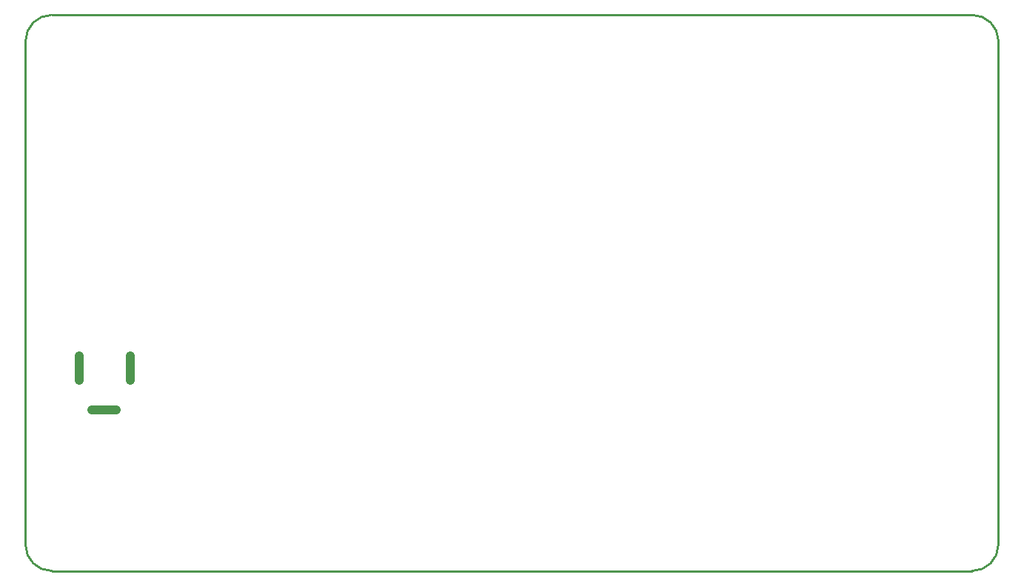
<source format=gko>
%FSTAX24Y24*%
%MOIN*%
G70*
G01*
G75*
G04 Layer_Color=16711935*
%ADD10C,0.0100*%
%ADD11O,0.0276X0.0984*%
%ADD12R,0.0787X0.0571*%
%ADD13R,0.0591X0.0315*%
%ADD14R,0.0551X0.0472*%
%ADD15R,0.0472X0.0551*%
%ADD16R,0.0118X0.0591*%
%ADD17R,0.0591X0.0118*%
%ADD18C,0.0394*%
%ADD19R,0.0472X0.0532*%
%ADD20R,0.0532X0.0472*%
%ADD21R,0.1969X0.2756*%
%ADD22R,0.1732X0.0866*%
%ADD23R,0.1378X0.0748*%
%ADD24R,0.0177X0.0453*%
%ADD25R,0.1575X0.0670*%
%ADD26R,0.0945X0.0236*%
%ADD27O,0.0945X0.0236*%
%ADD28R,0.0512X0.0394*%
%ADD29C,0.0300*%
%ADD30C,0.0120*%
%ADD31C,0.0472*%
%ADD32C,0.0984*%
%ADD33R,0.0984X0.0984*%
%ADD34C,0.0650*%
%ADD35C,0.1161*%
%ADD36C,0.0591*%
%ADD37R,0.0591X0.0591*%
%ADD38C,0.0591*%
%ADD39R,0.0591X0.0591*%
%ADD40C,0.1181*%
%ADD41C,0.0787*%
%ADD42R,0.0728X0.0728*%
%ADD43C,0.0728*%
%ADD44R,0.0650X0.0650*%
%ADD45R,0.0787X0.0787*%
%ADD46C,0.1043*%
%ADD47R,0.0591X0.0591*%
%ADD48O,0.1890X0.0787*%
%ADD49O,0.0787X0.1890*%
%ADD50C,0.0700*%
%ADD51C,0.0800*%
%ADD52C,0.2362*%
%ADD53C,0.0240*%
%ADD54R,0.0374X0.0335*%
%ADD55O,0.0866X0.0236*%
%ADD56O,0.0709X0.0177*%
%ADD57O,0.0236X0.0906*%
%ADD58R,0.1634X0.0374*%
%ADD59R,0.3701X0.3228*%
%ADD60R,0.0906X0.0906*%
%ADD61R,0.0472X0.0256*%
%ADD62C,0.0200*%
%ADD63O,0.0356X0.1064*%
%ADD64R,0.0867X0.0651*%
%ADD65R,0.0671X0.0395*%
%ADD66R,0.0631X0.0552*%
%ADD67R,0.0552X0.0631*%
%ADD68R,0.0198X0.0671*%
%ADD69R,0.0671X0.0198*%
%ADD70C,0.0474*%
%ADD71R,0.0552X0.0612*%
%ADD72R,0.0612X0.0552*%
%ADD73R,0.2049X0.2836*%
%ADD74R,0.1812X0.0946*%
%ADD75R,0.1458X0.0828*%
%ADD76R,0.0257X0.0533*%
%ADD77R,0.1655X0.0750*%
%ADD78R,0.1025X0.0316*%
%ADD79O,0.1025X0.0316*%
%ADD80R,0.0592X0.0474*%
%ADD81C,0.0552*%
%ADD82C,0.1064*%
%ADD83R,0.1064X0.1064*%
%ADD84C,0.0730*%
%ADD85C,0.1241*%
%ADD86C,0.0671*%
%ADD87R,0.0671X0.0671*%
%ADD88C,0.0671*%
%ADD89R,0.0671X0.0671*%
%ADD90C,0.1261*%
%ADD91C,0.0867*%
%ADD92R,0.0808X0.0808*%
%ADD93C,0.0808*%
%ADD94R,0.0730X0.0730*%
%ADD95R,0.0867X0.0867*%
%ADD96C,0.1123*%
%ADD97R,0.0671X0.0671*%
%ADD98O,0.1970X0.0867*%
%ADD99O,0.0867X0.1970*%
%ADD100C,0.0780*%
%ADD101C,0.0880*%
%ADD102C,0.2442*%
%ADD103C,0.0320*%
%ADD104R,0.0454X0.0415*%
%ADD105O,0.0946X0.0316*%
%ADD106O,0.0789X0.0257*%
%ADD107O,0.0316X0.0986*%
%ADD108R,0.1714X0.0454*%
%ADD109R,0.3781X0.3308*%
%ADD110R,0.0986X0.0986*%
%ADD111R,0.0552X0.0336*%
%ADD112C,0.0394*%
D10*
X021181Y0389D02*
G03*
X02Y037719I0J-001181D01*
G01*
Y015031D02*
G03*
X021181Y01385I001181J0D01*
G01*
X062619D02*
G03*
X0638Y015031I0J001181D01*
G01*
Y037719D02*
G03*
X062619Y0389I-001181J0D01*
G01*
X0638Y015031D02*
Y037719D01*
X021181Y01385D02*
X062619D01*
X02Y015031D02*
Y037719D01*
X021181Y0389D02*
X062619D01*
D112*
X022421Y022449D02*
Y023551D01*
X024704Y022449D02*
Y023551D01*
X022972Y02111D02*
X024074D01*
M02*

</source>
